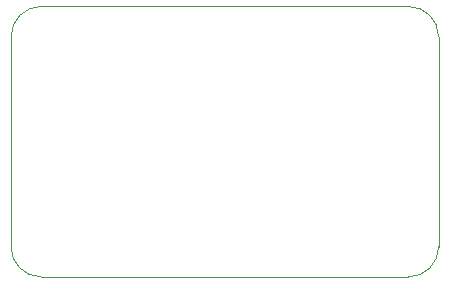
<source format=gbr>
%TF.GenerationSoftware,KiCad,Pcbnew,(5.99.0-10766-geeb405c196)*%
%TF.CreationDate,2021-06-19T10:41:35+04:00*%
%TF.ProjectId,Adafruit-PowerBoost-1000C,41646166-7275-4697-942d-506f77657242,rev?*%
%TF.SameCoordinates,Original*%
%TF.FileFunction,Profile,NP*%
%FSLAX46Y46*%
G04 Gerber Fmt 4.6, Leading zero omitted, Abs format (unit mm)*
G04 Created by KiCad (PCBNEW (5.99.0-10766-geeb405c196)) date 2021-06-19 10:41:35*
%MOMM*%
%LPD*%
G01*
G04 APERTURE LIST*
%TA.AperFunction,Profile*%
%ADD10C,0.050000*%
%TD*%
G04 APERTURE END LIST*
D10*
X102550000Y-100000000D02*
X133650000Y-100000000D01*
X100000000Y-97450000D02*
G75*
G03*
X102550000Y-100000000I2550000J0D01*
G01*
X133650000Y-100000000D02*
G75*
G03*
X136200000Y-97450000I0J2550000D01*
G01*
X100000000Y-79650000D02*
X100000000Y-97450000D01*
X102550000Y-77100000D02*
G75*
G03*
X100000000Y-79650000I0J-2550000D01*
G01*
X133650000Y-77100000D02*
X102550000Y-77100000D01*
X136200000Y-97450000D02*
X136200000Y-79650000D01*
X136200000Y-79650000D02*
G75*
G03*
X133650000Y-77100000I-2550000J0D01*
G01*
M02*

</source>
